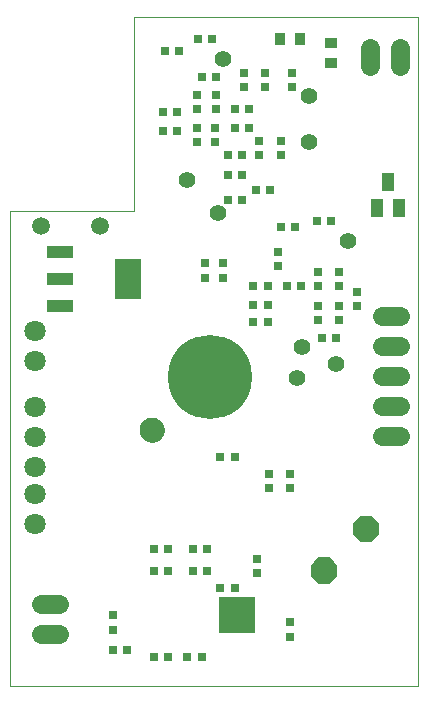
<source format=gbs>
G75*
G70*
%OFA0B0*%
%FSLAX24Y24*%
%IPPOS*%
%LPD*%
%AMOC8*
5,1,8,0,0,1.08239X$1,22.5*
%
%ADD10C,0.0000*%
%ADD11C,0.0827*%
%ADD12R,0.1220X0.1220*%
%ADD13R,0.0434X0.0591*%
%ADD14C,0.0634*%
%ADD15R,0.0394X0.0355*%
%ADD16R,0.0355X0.0434*%
%ADD17R,0.0316X0.0316*%
%ADD18R,0.0886X0.1320*%
%ADD19R,0.0886X0.0414*%
%ADD20C,0.0591*%
%ADD21C,0.0709*%
%ADD22C,0.0178*%
%ADD23C,0.0640*%
%ADD24C,0.0555*%
%ADD25C,0.2802*%
D10*
X000260Y003292D02*
X000260Y019119D01*
X004394Y019119D01*
X004394Y025615D01*
X013842Y025615D01*
X013842Y003292D01*
X000260Y003292D01*
X004590Y011835D02*
X004592Y011874D01*
X004598Y011913D01*
X004608Y011951D01*
X004621Y011988D01*
X004638Y012023D01*
X004658Y012057D01*
X004682Y012088D01*
X004709Y012117D01*
X004738Y012143D01*
X004770Y012166D01*
X004804Y012186D01*
X004840Y012202D01*
X004877Y012214D01*
X004916Y012223D01*
X004955Y012228D01*
X004994Y012229D01*
X005033Y012226D01*
X005072Y012219D01*
X005109Y012208D01*
X005146Y012194D01*
X005181Y012176D01*
X005214Y012155D01*
X005245Y012130D01*
X005273Y012103D01*
X005298Y012073D01*
X005320Y012040D01*
X005339Y012006D01*
X005354Y011970D01*
X005366Y011932D01*
X005374Y011894D01*
X005378Y011855D01*
X005378Y011815D01*
X005374Y011776D01*
X005366Y011738D01*
X005354Y011700D01*
X005339Y011664D01*
X005320Y011630D01*
X005298Y011597D01*
X005273Y011567D01*
X005245Y011540D01*
X005214Y011515D01*
X005181Y011494D01*
X005146Y011476D01*
X005109Y011462D01*
X005072Y011451D01*
X005033Y011444D01*
X004994Y011441D01*
X004955Y011442D01*
X004916Y011447D01*
X004877Y011456D01*
X004840Y011468D01*
X004804Y011484D01*
X004770Y011504D01*
X004738Y011527D01*
X004709Y011553D01*
X004682Y011582D01*
X004658Y011613D01*
X004638Y011647D01*
X004621Y011682D01*
X004608Y011719D01*
X004598Y011757D01*
X004592Y011796D01*
X004590Y011835D01*
D11*
X004984Y011835D03*
D12*
X007819Y005654D03*
D13*
X012484Y019237D03*
X012858Y020103D03*
X013232Y019237D03*
D14*
X013240Y023980D02*
X013240Y024573D01*
X012240Y024573D02*
X012240Y023980D01*
X001895Y006036D02*
X001301Y006036D01*
X001301Y005036D02*
X001895Y005036D01*
D15*
X010968Y024060D03*
X010968Y024729D03*
D16*
X009925Y024867D03*
X009256Y024867D03*
D17*
X009669Y023725D03*
X009669Y023253D03*
X008764Y023253D03*
X008764Y023725D03*
X008055Y023725D03*
X008055Y023253D03*
X008212Y022544D03*
X008212Y021914D03*
X008567Y021481D03*
X008567Y021009D03*
X007976Y021009D03*
X007504Y021009D03*
X007504Y020339D03*
X007976Y020339D03*
X008449Y019828D03*
X008921Y019828D03*
X009275Y021009D03*
X009275Y021481D03*
X007976Y019513D03*
X007504Y019513D03*
X007071Y021442D03*
X007071Y021914D03*
X007110Y022544D03*
X007110Y023017D03*
X007110Y023607D03*
X006638Y023607D03*
X006480Y023017D03*
X006480Y022544D03*
X006480Y021914D03*
X006480Y021442D03*
X005811Y021796D03*
X005338Y021796D03*
X005338Y022426D03*
X005811Y022426D03*
X005890Y024473D03*
X005417Y024473D03*
X006520Y024867D03*
X006992Y024867D03*
X007740Y022544D03*
X007740Y021914D03*
X009275Y018607D03*
X009748Y018607D03*
X009197Y017780D03*
X009197Y017308D03*
X009472Y016639D03*
X009945Y016639D03*
X010535Y016639D03*
X010535Y017111D03*
X011205Y017111D03*
X011205Y016639D03*
X011205Y015969D03*
X011205Y015497D03*
X011126Y014906D03*
X010653Y014906D03*
X010535Y015497D03*
X010535Y015969D03*
X011835Y015969D03*
X011835Y016442D03*
X010968Y018804D03*
X010496Y018804D03*
X008842Y016639D03*
X008370Y016639D03*
X008370Y016009D03*
X008370Y015418D03*
X008842Y015418D03*
X008842Y016009D03*
X007346Y016914D03*
X007346Y017387D03*
X006756Y017387D03*
X006756Y016914D03*
X007268Y010930D03*
X007740Y010930D03*
X008882Y010379D03*
X008882Y009906D03*
X009590Y009906D03*
X009590Y010379D03*
X008488Y007544D03*
X008488Y007072D03*
X007740Y006560D03*
X007268Y006560D03*
X006835Y007150D03*
X006362Y007150D03*
X006362Y007859D03*
X006835Y007859D03*
X005535Y007859D03*
X005063Y007859D03*
X005063Y007150D03*
X005535Y007150D03*
X004157Y004513D03*
X003685Y004513D03*
X003685Y005182D03*
X003685Y005654D03*
X005063Y004276D03*
X005535Y004276D03*
X006165Y004276D03*
X006638Y004276D03*
X009590Y004946D03*
X009590Y005418D03*
D18*
X004197Y016875D03*
D19*
X001913Y016875D03*
X001913Y017780D03*
X001913Y015969D03*
D20*
X001283Y018646D03*
X003252Y018646D03*
D21*
X001086Y015119D03*
X001086Y014119D03*
X001086Y012607D03*
X001086Y011607D03*
X001086Y010607D03*
X001086Y009686D03*
X001086Y008686D03*
D22*
X010439Y007105D02*
X010350Y007016D01*
X010350Y007310D01*
X010558Y007518D01*
X010852Y007518D01*
X011060Y007310D01*
X011060Y007016D01*
X010852Y006808D01*
X010558Y006808D01*
X010350Y007016D01*
X010483Y007072D01*
X010483Y007254D01*
X010614Y007385D01*
X010796Y007385D01*
X010927Y007254D01*
X010927Y007072D01*
X010796Y006941D01*
X010614Y006941D01*
X010483Y007072D01*
X010617Y007126D01*
X010617Y007200D01*
X010668Y007251D01*
X010742Y007251D01*
X010793Y007200D01*
X010793Y007126D01*
X010742Y007075D01*
X010668Y007075D01*
X010617Y007126D01*
X011831Y008497D02*
X011742Y008408D01*
X011742Y008702D01*
X011950Y008910D01*
X012244Y008910D01*
X012452Y008702D01*
X012452Y008408D01*
X012244Y008200D01*
X011950Y008200D01*
X011742Y008408D01*
X011875Y008464D01*
X011875Y008646D01*
X012006Y008777D01*
X012188Y008777D01*
X012319Y008646D01*
X012319Y008464D01*
X012188Y008333D01*
X012006Y008333D01*
X011875Y008464D01*
X012009Y008518D01*
X012009Y008592D01*
X012060Y008643D01*
X012134Y008643D01*
X012185Y008592D01*
X012185Y008518D01*
X012134Y008467D01*
X012060Y008467D01*
X012009Y008518D01*
D23*
X012637Y011646D02*
X013237Y011646D01*
X013237Y012646D02*
X012637Y012646D01*
X012637Y013646D02*
X013237Y013646D01*
X013237Y014646D02*
X012637Y014646D01*
X012637Y015646D02*
X013237Y015646D01*
D24*
X011520Y018135D03*
X010220Y021442D03*
X010220Y022977D03*
X007366Y024198D03*
X006165Y020182D03*
X007189Y019080D03*
X009984Y014591D03*
X009827Y013568D03*
X011126Y014040D03*
D25*
X006913Y013607D03*
M02*

</source>
